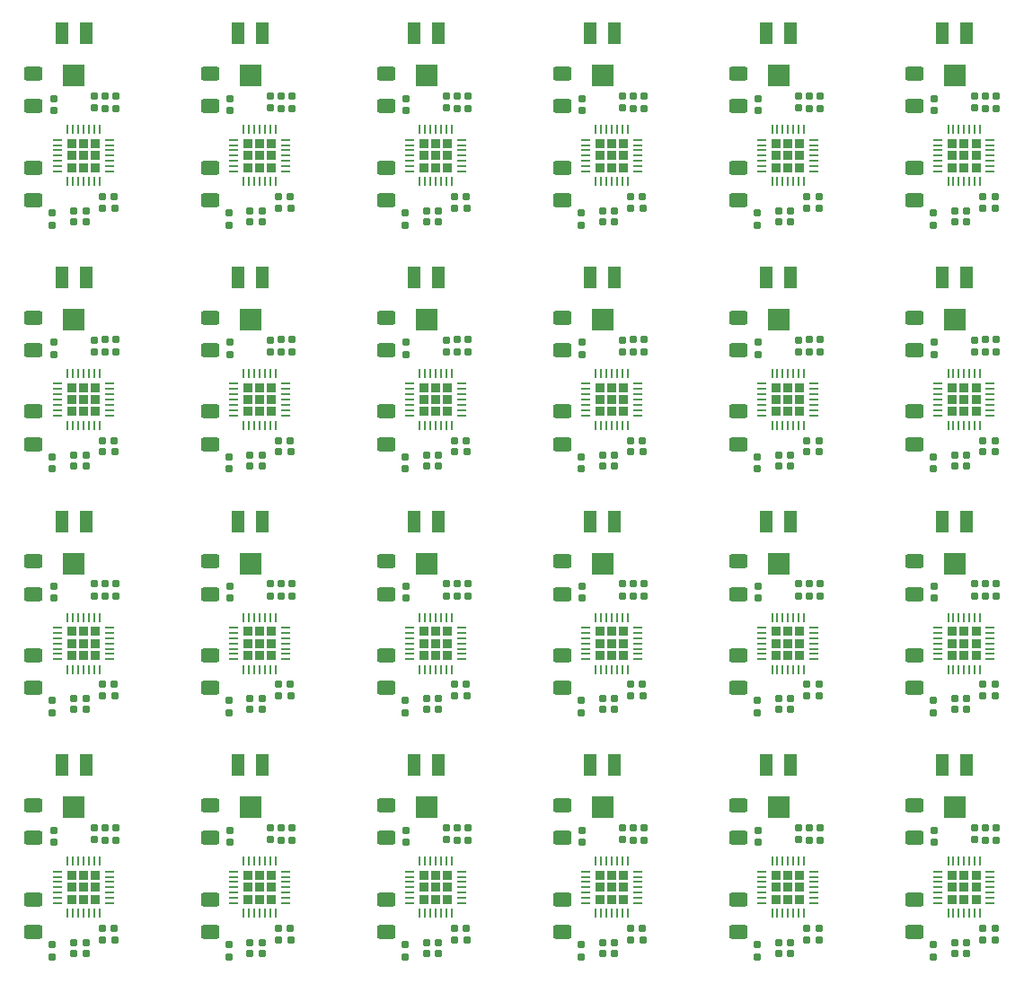
<source format=gbr>
%TF.GenerationSoftware,KiCad,Pcbnew,(6.0.5)*%
%TF.CreationDate,2022-06-29T09:08:07+08:00*%
%TF.ProjectId,TMC2209,544d4332-3230-4392-9e6b-696361645f70,rev?*%
%TF.SameCoordinates,Original*%
%TF.FileFunction,Paste,Top*%
%TF.FilePolarity,Positive*%
%FSLAX46Y46*%
G04 Gerber Fmt 4.6, Leading zero omitted, Abs format (unit mm)*
G04 Created by KiCad (PCBNEW (6.0.5)) date 2022-06-29 09:08:07*
%MOMM*%
%LPD*%
G01*
G04 APERTURE LIST*
G04 Aperture macros list*
%AMRoundRect*
0 Rectangle with rounded corners*
0 $1 Rounding radius*
0 $2 $3 $4 $5 $6 $7 $8 $9 X,Y pos of 4 corners*
0 Add a 4 corners polygon primitive as box body*
4,1,4,$2,$3,$4,$5,$6,$7,$8,$9,$2,$3,0*
0 Add four circle primitives for the rounded corners*
1,1,$1+$1,$2,$3*
1,1,$1+$1,$4,$5*
1,1,$1+$1,$6,$7*
1,1,$1+$1,$8,$9*
0 Add four rect primitives between the rounded corners*
20,1,$1+$1,$2,$3,$4,$5,0*
20,1,$1+$1,$4,$5,$6,$7,0*
20,1,$1+$1,$6,$7,$8,$9,0*
20,1,$1+$1,$8,$9,$2,$3,0*%
G04 Aperture macros list end*
%ADD10RoundRect,0.155000X0.212500X0.155000X-0.212500X0.155000X-0.212500X-0.155000X0.212500X-0.155000X0*%
%ADD11RoundRect,0.155000X0.155000X-0.212500X0.155000X0.212500X-0.155000X0.212500X-0.155000X-0.212500X0*%
%ADD12RoundRect,0.155000X-0.155000X0.212500X-0.155000X-0.212500X0.155000X-0.212500X0.155000X0.212500X0*%
%ADD13RoundRect,0.250000X0.625000X-0.400000X0.625000X0.400000X-0.625000X0.400000X-0.625000X-0.400000X0*%
%ADD14RoundRect,0.062500X0.337500X-0.062500X0.337500X0.062500X-0.337500X0.062500X-0.337500X-0.062500X0*%
%ADD15RoundRect,0.062500X0.062500X-0.337500X0.062500X0.337500X-0.062500X0.337500X-0.062500X-0.337500X0*%
%ADD16RoundRect,0.225000X0.225000X-0.225000X0.225000X0.225000X-0.225000X0.225000X-0.225000X-0.225000X0*%
%ADD17RoundRect,0.250000X-0.625000X0.400000X-0.625000X-0.400000X0.625000X-0.400000X0.625000X0.400000X0*%
%ADD18RoundRect,0.160000X0.197500X0.160000X-0.197500X0.160000X-0.197500X-0.160000X0.197500X-0.160000X0*%
%ADD19RoundRect,0.160000X0.160000X-0.197500X0.160000X0.197500X-0.160000X0.197500X-0.160000X-0.197500X0*%
%ADD20R,1.300000X2.000000*%
%ADD21R,2.000000X2.000000*%
%ADD22RoundRect,0.160000X-0.160000X0.197500X-0.160000X-0.197500X0.160000X-0.197500X0.160000X0.197500X0*%
G04 APERTURE END LIST*
D10*
%TO.C,C140*%
X177606300Y-136741800D03*
X178741300Y-136741800D03*
%TD*%
%TO.C,C142*%
X174939300Y-139104000D03*
X176074300Y-139104000D03*
%TD*%
%TO.C,C143*%
X174939300Y-138088000D03*
X176074300Y-138088000D03*
%TD*%
D11*
%TO.C,C144*%
X172916000Y-138282500D03*
X172916000Y-139417500D03*
%TD*%
D12*
%TO.C,C141*%
X173043000Y-128622500D03*
X173043000Y-127487500D03*
%TD*%
D13*
%TO.C,R119*%
X171138000Y-125133400D03*
X171138000Y-128233400D03*
%TD*%
D14*
%TO.C,U24*%
X173387000Y-134381000D03*
X173387000Y-133881000D03*
X173387000Y-133381000D03*
X173387000Y-132881000D03*
X173387000Y-132381000D03*
X173387000Y-131881000D03*
X173387000Y-131381000D03*
D15*
X174337000Y-130431000D03*
X174837000Y-130431000D03*
X175337000Y-130431000D03*
X175837000Y-130431000D03*
X176337000Y-130431000D03*
X176837000Y-130431000D03*
X177337000Y-130431000D03*
D14*
X178287000Y-131381000D03*
X178287000Y-131881000D03*
X178287000Y-132381000D03*
X178287000Y-132881000D03*
X178287000Y-133381000D03*
X178287000Y-133881000D03*
X178287000Y-134381000D03*
D15*
X177337000Y-135331000D03*
X176837000Y-135331000D03*
X176337000Y-135331000D03*
X175837000Y-135331000D03*
X175337000Y-135331000D03*
X174837000Y-135331000D03*
X174337000Y-135331000D03*
D16*
X176957000Y-134001000D03*
X175837000Y-132881000D03*
X174717000Y-131761000D03*
X176957000Y-132881000D03*
X175837000Y-131761000D03*
X174717000Y-132881000D03*
X174717000Y-134001000D03*
X175837000Y-134001000D03*
X176957000Y-131761000D03*
%TD*%
D17*
%TO.C,R120*%
X171138000Y-137098000D03*
X171138000Y-133998000D03*
%TD*%
D11*
%TO.C,C139*%
X176853000Y-127258900D03*
X176853000Y-128393900D03*
%TD*%
D18*
%TO.C,R117*%
X177576300Y-137808600D03*
X178771300Y-137808600D03*
%TD*%
D19*
%TO.C,R116*%
X178885000Y-127228900D03*
X178885000Y-128423900D03*
%TD*%
D20*
%TO.C,RV24*%
X173798000Y-121356000D03*
D21*
X174948000Y-125356000D03*
D20*
X176098000Y-121356000D03*
%TD*%
D22*
%TO.C,R118*%
X177869000Y-128423900D03*
X177869000Y-127228900D03*
%TD*%
D10*
%TO.C,C134*%
X161006300Y-136741800D03*
X162141300Y-136741800D03*
%TD*%
%TO.C,C136*%
X158339300Y-139104000D03*
X159474300Y-139104000D03*
%TD*%
%TO.C,C137*%
X158339300Y-138088000D03*
X159474300Y-138088000D03*
%TD*%
D11*
%TO.C,C138*%
X156316000Y-138282500D03*
X156316000Y-139417500D03*
%TD*%
D12*
%TO.C,C135*%
X156443000Y-128622500D03*
X156443000Y-127487500D03*
%TD*%
D13*
%TO.C,R114*%
X154538000Y-125133400D03*
X154538000Y-128233400D03*
%TD*%
D14*
%TO.C,U23*%
X156787000Y-134381000D03*
X156787000Y-133881000D03*
X156787000Y-133381000D03*
X156787000Y-132881000D03*
X156787000Y-132381000D03*
X156787000Y-131881000D03*
X156787000Y-131381000D03*
D15*
X157737000Y-130431000D03*
X158237000Y-130431000D03*
X158737000Y-130431000D03*
X159237000Y-130431000D03*
X159737000Y-130431000D03*
X160237000Y-130431000D03*
X160737000Y-130431000D03*
D14*
X161687000Y-131381000D03*
X161687000Y-131881000D03*
X161687000Y-132381000D03*
X161687000Y-132881000D03*
X161687000Y-133381000D03*
X161687000Y-133881000D03*
X161687000Y-134381000D03*
D15*
X160737000Y-135331000D03*
X160237000Y-135331000D03*
X159737000Y-135331000D03*
X159237000Y-135331000D03*
X158737000Y-135331000D03*
X158237000Y-135331000D03*
X157737000Y-135331000D03*
D16*
X160357000Y-134001000D03*
X159237000Y-132881000D03*
X158117000Y-131761000D03*
X160357000Y-132881000D03*
X159237000Y-131761000D03*
X158117000Y-132881000D03*
X158117000Y-134001000D03*
X159237000Y-134001000D03*
X160357000Y-131761000D03*
%TD*%
D17*
%TO.C,R115*%
X154538000Y-137098000D03*
X154538000Y-133998000D03*
%TD*%
D11*
%TO.C,C133*%
X160253000Y-127258900D03*
X160253000Y-128393900D03*
%TD*%
D18*
%TO.C,R112*%
X160976300Y-137808600D03*
X162171300Y-137808600D03*
%TD*%
D19*
%TO.C,R111*%
X162285000Y-127228900D03*
X162285000Y-128423900D03*
%TD*%
D20*
%TO.C,RV23*%
X157198000Y-121356000D03*
D21*
X158348000Y-125356000D03*
D20*
X159498000Y-121356000D03*
%TD*%
D22*
%TO.C,R113*%
X161269000Y-128423900D03*
X161269000Y-127228900D03*
%TD*%
D10*
%TO.C,C128*%
X144406300Y-136741800D03*
X145541300Y-136741800D03*
%TD*%
%TO.C,C130*%
X141739300Y-139104000D03*
X142874300Y-139104000D03*
%TD*%
%TO.C,C131*%
X141739300Y-138088000D03*
X142874300Y-138088000D03*
%TD*%
D11*
%TO.C,C132*%
X139716000Y-138282500D03*
X139716000Y-139417500D03*
%TD*%
D12*
%TO.C,C129*%
X139843000Y-128622500D03*
X139843000Y-127487500D03*
%TD*%
D13*
%TO.C,R109*%
X137938000Y-125133400D03*
X137938000Y-128233400D03*
%TD*%
D14*
%TO.C,U22*%
X140187000Y-134381000D03*
X140187000Y-133881000D03*
X140187000Y-133381000D03*
X140187000Y-132881000D03*
X140187000Y-132381000D03*
X140187000Y-131881000D03*
X140187000Y-131381000D03*
D15*
X141137000Y-130431000D03*
X141637000Y-130431000D03*
X142137000Y-130431000D03*
X142637000Y-130431000D03*
X143137000Y-130431000D03*
X143637000Y-130431000D03*
X144137000Y-130431000D03*
D14*
X145087000Y-131381000D03*
X145087000Y-131881000D03*
X145087000Y-132381000D03*
X145087000Y-132881000D03*
X145087000Y-133381000D03*
X145087000Y-133881000D03*
X145087000Y-134381000D03*
D15*
X144137000Y-135331000D03*
X143637000Y-135331000D03*
X143137000Y-135331000D03*
X142637000Y-135331000D03*
X142137000Y-135331000D03*
X141637000Y-135331000D03*
X141137000Y-135331000D03*
D16*
X143757000Y-134001000D03*
X142637000Y-132881000D03*
X141517000Y-131761000D03*
X143757000Y-132881000D03*
X142637000Y-131761000D03*
X141517000Y-132881000D03*
X141517000Y-134001000D03*
X142637000Y-134001000D03*
X143757000Y-131761000D03*
%TD*%
D17*
%TO.C,R110*%
X137938000Y-137098000D03*
X137938000Y-133998000D03*
%TD*%
D11*
%TO.C,C127*%
X143653000Y-127258900D03*
X143653000Y-128393900D03*
%TD*%
D18*
%TO.C,R107*%
X144376300Y-137808600D03*
X145571300Y-137808600D03*
%TD*%
D19*
%TO.C,R106*%
X145685000Y-127228900D03*
X145685000Y-128423900D03*
%TD*%
D20*
%TO.C,RV22*%
X140598000Y-121356000D03*
D21*
X141748000Y-125356000D03*
D20*
X142898000Y-121356000D03*
%TD*%
D22*
%TO.C,R108*%
X144669000Y-128423900D03*
X144669000Y-127228900D03*
%TD*%
D10*
%TO.C,C122*%
X127806300Y-136741800D03*
X128941300Y-136741800D03*
%TD*%
%TO.C,C124*%
X125139300Y-139104000D03*
X126274300Y-139104000D03*
%TD*%
%TO.C,C125*%
X125139300Y-138088000D03*
X126274300Y-138088000D03*
%TD*%
D11*
%TO.C,C126*%
X123116000Y-138282500D03*
X123116000Y-139417500D03*
%TD*%
D12*
%TO.C,C123*%
X123243000Y-128622500D03*
X123243000Y-127487500D03*
%TD*%
D13*
%TO.C,R104*%
X121338000Y-125133400D03*
X121338000Y-128233400D03*
%TD*%
D14*
%TO.C,U21*%
X123587000Y-134381000D03*
X123587000Y-133881000D03*
X123587000Y-133381000D03*
X123587000Y-132881000D03*
X123587000Y-132381000D03*
X123587000Y-131881000D03*
X123587000Y-131381000D03*
D15*
X124537000Y-130431000D03*
X125037000Y-130431000D03*
X125537000Y-130431000D03*
X126037000Y-130431000D03*
X126537000Y-130431000D03*
X127037000Y-130431000D03*
X127537000Y-130431000D03*
D14*
X128487000Y-131381000D03*
X128487000Y-131881000D03*
X128487000Y-132381000D03*
X128487000Y-132881000D03*
X128487000Y-133381000D03*
X128487000Y-133881000D03*
X128487000Y-134381000D03*
D15*
X127537000Y-135331000D03*
X127037000Y-135331000D03*
X126537000Y-135331000D03*
X126037000Y-135331000D03*
X125537000Y-135331000D03*
X125037000Y-135331000D03*
X124537000Y-135331000D03*
D16*
X127157000Y-134001000D03*
X126037000Y-132881000D03*
X124917000Y-131761000D03*
X127157000Y-132881000D03*
X126037000Y-131761000D03*
X124917000Y-132881000D03*
X124917000Y-134001000D03*
X126037000Y-134001000D03*
X127157000Y-131761000D03*
%TD*%
D17*
%TO.C,R105*%
X121338000Y-137098000D03*
X121338000Y-133998000D03*
%TD*%
D11*
%TO.C,C121*%
X127053000Y-127258900D03*
X127053000Y-128393900D03*
%TD*%
D18*
%TO.C,R102*%
X127776300Y-137808600D03*
X128971300Y-137808600D03*
%TD*%
D19*
%TO.C,R101*%
X129085000Y-127228900D03*
X129085000Y-128423900D03*
%TD*%
D20*
%TO.C,RV21*%
X123998000Y-121356000D03*
D21*
X125148000Y-125356000D03*
D20*
X126298000Y-121356000D03*
%TD*%
D22*
%TO.C,R103*%
X128069000Y-128423900D03*
X128069000Y-127228900D03*
%TD*%
D10*
%TO.C,C116*%
X111206300Y-136741800D03*
X112341300Y-136741800D03*
%TD*%
%TO.C,C118*%
X108539300Y-139104000D03*
X109674300Y-139104000D03*
%TD*%
%TO.C,C119*%
X108539300Y-138088000D03*
X109674300Y-138088000D03*
%TD*%
D11*
%TO.C,C120*%
X106516000Y-138282500D03*
X106516000Y-139417500D03*
%TD*%
D12*
%TO.C,C117*%
X106643000Y-128622500D03*
X106643000Y-127487500D03*
%TD*%
D13*
%TO.C,R99*%
X104738000Y-125133400D03*
X104738000Y-128233400D03*
%TD*%
D14*
%TO.C,U20*%
X106987000Y-134381000D03*
X106987000Y-133881000D03*
X106987000Y-133381000D03*
X106987000Y-132881000D03*
X106987000Y-132381000D03*
X106987000Y-131881000D03*
X106987000Y-131381000D03*
D15*
X107937000Y-130431000D03*
X108437000Y-130431000D03*
X108937000Y-130431000D03*
X109437000Y-130431000D03*
X109937000Y-130431000D03*
X110437000Y-130431000D03*
X110937000Y-130431000D03*
D14*
X111887000Y-131381000D03*
X111887000Y-131881000D03*
X111887000Y-132381000D03*
X111887000Y-132881000D03*
X111887000Y-133381000D03*
X111887000Y-133881000D03*
X111887000Y-134381000D03*
D15*
X110937000Y-135331000D03*
X110437000Y-135331000D03*
X109937000Y-135331000D03*
X109437000Y-135331000D03*
X108937000Y-135331000D03*
X108437000Y-135331000D03*
X107937000Y-135331000D03*
D16*
X110557000Y-134001000D03*
X109437000Y-132881000D03*
X108317000Y-131761000D03*
X110557000Y-132881000D03*
X109437000Y-131761000D03*
X108317000Y-132881000D03*
X108317000Y-134001000D03*
X109437000Y-134001000D03*
X110557000Y-131761000D03*
%TD*%
D17*
%TO.C,R100*%
X104738000Y-137098000D03*
X104738000Y-133998000D03*
%TD*%
D11*
%TO.C,C115*%
X110453000Y-127258900D03*
X110453000Y-128393900D03*
%TD*%
D18*
%TO.C,R97*%
X111176300Y-137808600D03*
X112371300Y-137808600D03*
%TD*%
D19*
%TO.C,R96*%
X112485000Y-127228900D03*
X112485000Y-128423900D03*
%TD*%
D20*
%TO.C,RV20*%
X107398000Y-121356000D03*
D21*
X108548000Y-125356000D03*
D20*
X109698000Y-121356000D03*
%TD*%
D22*
%TO.C,R98*%
X111469000Y-128423900D03*
X111469000Y-127228900D03*
%TD*%
D10*
%TO.C,C110*%
X94606300Y-136741800D03*
X95741300Y-136741800D03*
%TD*%
%TO.C,C112*%
X91939300Y-139104000D03*
X93074300Y-139104000D03*
%TD*%
%TO.C,C113*%
X91939300Y-138088000D03*
X93074300Y-138088000D03*
%TD*%
D11*
%TO.C,C114*%
X89916000Y-138282500D03*
X89916000Y-139417500D03*
%TD*%
D12*
%TO.C,C111*%
X90043000Y-128622500D03*
X90043000Y-127487500D03*
%TD*%
D13*
%TO.C,R94*%
X88138000Y-125133400D03*
X88138000Y-128233400D03*
%TD*%
D14*
%TO.C,U19*%
X90387000Y-134381000D03*
X90387000Y-133881000D03*
X90387000Y-133381000D03*
X90387000Y-132881000D03*
X90387000Y-132381000D03*
X90387000Y-131881000D03*
X90387000Y-131381000D03*
D15*
X91337000Y-130431000D03*
X91837000Y-130431000D03*
X92337000Y-130431000D03*
X92837000Y-130431000D03*
X93337000Y-130431000D03*
X93837000Y-130431000D03*
X94337000Y-130431000D03*
D14*
X95287000Y-131381000D03*
X95287000Y-131881000D03*
X95287000Y-132381000D03*
X95287000Y-132881000D03*
X95287000Y-133381000D03*
X95287000Y-133881000D03*
X95287000Y-134381000D03*
D15*
X94337000Y-135331000D03*
X93837000Y-135331000D03*
X93337000Y-135331000D03*
X92837000Y-135331000D03*
X92337000Y-135331000D03*
X91837000Y-135331000D03*
X91337000Y-135331000D03*
D16*
X93957000Y-134001000D03*
X92837000Y-132881000D03*
X91717000Y-131761000D03*
X93957000Y-132881000D03*
X92837000Y-131761000D03*
X91717000Y-132881000D03*
X91717000Y-134001000D03*
X92837000Y-134001000D03*
X93957000Y-131761000D03*
%TD*%
D17*
%TO.C,R95*%
X88138000Y-137098000D03*
X88138000Y-133998000D03*
%TD*%
D11*
%TO.C,C109*%
X93853000Y-127258900D03*
X93853000Y-128393900D03*
%TD*%
D18*
%TO.C,R92*%
X94576300Y-137808600D03*
X95771300Y-137808600D03*
%TD*%
D19*
%TO.C,R91*%
X95885000Y-127228900D03*
X95885000Y-128423900D03*
%TD*%
D20*
%TO.C,RV19*%
X90798000Y-121356000D03*
D21*
X91948000Y-125356000D03*
D20*
X93098000Y-121356000D03*
%TD*%
D22*
%TO.C,R93*%
X94869000Y-128423900D03*
X94869000Y-127228900D03*
%TD*%
D10*
%TO.C,C104*%
X177606300Y-113741800D03*
X178741300Y-113741800D03*
%TD*%
%TO.C,C106*%
X174939300Y-116104000D03*
X176074300Y-116104000D03*
%TD*%
%TO.C,C107*%
X174939300Y-115088000D03*
X176074300Y-115088000D03*
%TD*%
D11*
%TO.C,C108*%
X172916000Y-115282500D03*
X172916000Y-116417500D03*
%TD*%
D12*
%TO.C,C105*%
X173043000Y-105622500D03*
X173043000Y-104487500D03*
%TD*%
D13*
%TO.C,R89*%
X171138000Y-102133400D03*
X171138000Y-105233400D03*
%TD*%
D14*
%TO.C,U18*%
X173387000Y-111381000D03*
X173387000Y-110881000D03*
X173387000Y-110381000D03*
X173387000Y-109881000D03*
X173387000Y-109381000D03*
X173387000Y-108881000D03*
X173387000Y-108381000D03*
D15*
X174337000Y-107431000D03*
X174837000Y-107431000D03*
X175337000Y-107431000D03*
X175837000Y-107431000D03*
X176337000Y-107431000D03*
X176837000Y-107431000D03*
X177337000Y-107431000D03*
D14*
X178287000Y-108381000D03*
X178287000Y-108881000D03*
X178287000Y-109381000D03*
X178287000Y-109881000D03*
X178287000Y-110381000D03*
X178287000Y-110881000D03*
X178287000Y-111381000D03*
D15*
X177337000Y-112331000D03*
X176837000Y-112331000D03*
X176337000Y-112331000D03*
X175837000Y-112331000D03*
X175337000Y-112331000D03*
X174837000Y-112331000D03*
X174337000Y-112331000D03*
D16*
X176957000Y-111001000D03*
X175837000Y-109881000D03*
X174717000Y-108761000D03*
X176957000Y-109881000D03*
X175837000Y-108761000D03*
X174717000Y-109881000D03*
X174717000Y-111001000D03*
X175837000Y-111001000D03*
X176957000Y-108761000D03*
%TD*%
D17*
%TO.C,R90*%
X171138000Y-114098000D03*
X171138000Y-110998000D03*
%TD*%
D11*
%TO.C,C103*%
X176853000Y-104258900D03*
X176853000Y-105393900D03*
%TD*%
D18*
%TO.C,R87*%
X177576300Y-114808600D03*
X178771300Y-114808600D03*
%TD*%
D19*
%TO.C,R86*%
X178885000Y-104228900D03*
X178885000Y-105423900D03*
%TD*%
D20*
%TO.C,RV18*%
X173798000Y-98356000D03*
D21*
X174948000Y-102356000D03*
D20*
X176098000Y-98356000D03*
%TD*%
D22*
%TO.C,R88*%
X177869000Y-105423900D03*
X177869000Y-104228900D03*
%TD*%
D10*
%TO.C,C98*%
X161006300Y-113741800D03*
X162141300Y-113741800D03*
%TD*%
%TO.C,C100*%
X158339300Y-116104000D03*
X159474300Y-116104000D03*
%TD*%
%TO.C,C101*%
X158339300Y-115088000D03*
X159474300Y-115088000D03*
%TD*%
D11*
%TO.C,C102*%
X156316000Y-115282500D03*
X156316000Y-116417500D03*
%TD*%
D12*
%TO.C,C99*%
X156443000Y-105622500D03*
X156443000Y-104487500D03*
%TD*%
D13*
%TO.C,R84*%
X154538000Y-102133400D03*
X154538000Y-105233400D03*
%TD*%
D14*
%TO.C,U17*%
X156787000Y-111381000D03*
X156787000Y-110881000D03*
X156787000Y-110381000D03*
X156787000Y-109881000D03*
X156787000Y-109381000D03*
X156787000Y-108881000D03*
X156787000Y-108381000D03*
D15*
X157737000Y-107431000D03*
X158237000Y-107431000D03*
X158737000Y-107431000D03*
X159237000Y-107431000D03*
X159737000Y-107431000D03*
X160237000Y-107431000D03*
X160737000Y-107431000D03*
D14*
X161687000Y-108381000D03*
X161687000Y-108881000D03*
X161687000Y-109381000D03*
X161687000Y-109881000D03*
X161687000Y-110381000D03*
X161687000Y-110881000D03*
X161687000Y-111381000D03*
D15*
X160737000Y-112331000D03*
X160237000Y-112331000D03*
X159737000Y-112331000D03*
X159237000Y-112331000D03*
X158737000Y-112331000D03*
X158237000Y-112331000D03*
X157737000Y-112331000D03*
D16*
X160357000Y-111001000D03*
X159237000Y-109881000D03*
X158117000Y-108761000D03*
X160357000Y-109881000D03*
X159237000Y-108761000D03*
X158117000Y-109881000D03*
X158117000Y-111001000D03*
X159237000Y-111001000D03*
X160357000Y-108761000D03*
%TD*%
D17*
%TO.C,R85*%
X154538000Y-114098000D03*
X154538000Y-110998000D03*
%TD*%
D11*
%TO.C,C97*%
X160253000Y-104258900D03*
X160253000Y-105393900D03*
%TD*%
D18*
%TO.C,R82*%
X160976300Y-114808600D03*
X162171300Y-114808600D03*
%TD*%
D19*
%TO.C,R81*%
X162285000Y-104228900D03*
X162285000Y-105423900D03*
%TD*%
D20*
%TO.C,RV17*%
X157198000Y-98356000D03*
D21*
X158348000Y-102356000D03*
D20*
X159498000Y-98356000D03*
%TD*%
D22*
%TO.C,R83*%
X161269000Y-105423900D03*
X161269000Y-104228900D03*
%TD*%
D10*
%TO.C,C92*%
X144406300Y-113741800D03*
X145541300Y-113741800D03*
%TD*%
%TO.C,C94*%
X141739300Y-116104000D03*
X142874300Y-116104000D03*
%TD*%
%TO.C,C95*%
X141739300Y-115088000D03*
X142874300Y-115088000D03*
%TD*%
D11*
%TO.C,C96*%
X139716000Y-115282500D03*
X139716000Y-116417500D03*
%TD*%
D12*
%TO.C,C93*%
X139843000Y-105622500D03*
X139843000Y-104487500D03*
%TD*%
D13*
%TO.C,R79*%
X137938000Y-102133400D03*
X137938000Y-105233400D03*
%TD*%
D14*
%TO.C,U16*%
X140187000Y-111381000D03*
X140187000Y-110881000D03*
X140187000Y-110381000D03*
X140187000Y-109881000D03*
X140187000Y-109381000D03*
X140187000Y-108881000D03*
X140187000Y-108381000D03*
D15*
X141137000Y-107431000D03*
X141637000Y-107431000D03*
X142137000Y-107431000D03*
X142637000Y-107431000D03*
X143137000Y-107431000D03*
X143637000Y-107431000D03*
X144137000Y-107431000D03*
D14*
X145087000Y-108381000D03*
X145087000Y-108881000D03*
X145087000Y-109381000D03*
X145087000Y-109881000D03*
X145087000Y-110381000D03*
X145087000Y-110881000D03*
X145087000Y-111381000D03*
D15*
X144137000Y-112331000D03*
X143637000Y-112331000D03*
X143137000Y-112331000D03*
X142637000Y-112331000D03*
X142137000Y-112331000D03*
X141637000Y-112331000D03*
X141137000Y-112331000D03*
D16*
X143757000Y-111001000D03*
X142637000Y-109881000D03*
X141517000Y-108761000D03*
X143757000Y-109881000D03*
X142637000Y-108761000D03*
X141517000Y-109881000D03*
X141517000Y-111001000D03*
X142637000Y-111001000D03*
X143757000Y-108761000D03*
%TD*%
D17*
%TO.C,R80*%
X137938000Y-114098000D03*
X137938000Y-110998000D03*
%TD*%
D11*
%TO.C,C91*%
X143653000Y-104258900D03*
X143653000Y-105393900D03*
%TD*%
D18*
%TO.C,R77*%
X144376300Y-114808600D03*
X145571300Y-114808600D03*
%TD*%
D19*
%TO.C,R76*%
X145685000Y-104228900D03*
X145685000Y-105423900D03*
%TD*%
D20*
%TO.C,RV16*%
X140598000Y-98356000D03*
D21*
X141748000Y-102356000D03*
D20*
X142898000Y-98356000D03*
%TD*%
D22*
%TO.C,R78*%
X144669000Y-105423900D03*
X144669000Y-104228900D03*
%TD*%
D10*
%TO.C,C86*%
X127806300Y-113741800D03*
X128941300Y-113741800D03*
%TD*%
%TO.C,C88*%
X125139300Y-116104000D03*
X126274300Y-116104000D03*
%TD*%
%TO.C,C89*%
X125139300Y-115088000D03*
X126274300Y-115088000D03*
%TD*%
D11*
%TO.C,C90*%
X123116000Y-115282500D03*
X123116000Y-116417500D03*
%TD*%
D12*
%TO.C,C87*%
X123243000Y-105622500D03*
X123243000Y-104487500D03*
%TD*%
D13*
%TO.C,R74*%
X121338000Y-102133400D03*
X121338000Y-105233400D03*
%TD*%
D14*
%TO.C,U15*%
X123587000Y-111381000D03*
X123587000Y-110881000D03*
X123587000Y-110381000D03*
X123587000Y-109881000D03*
X123587000Y-109381000D03*
X123587000Y-108881000D03*
X123587000Y-108381000D03*
D15*
X124537000Y-107431000D03*
X125037000Y-107431000D03*
X125537000Y-107431000D03*
X126037000Y-107431000D03*
X126537000Y-107431000D03*
X127037000Y-107431000D03*
X127537000Y-107431000D03*
D14*
X128487000Y-108381000D03*
X128487000Y-108881000D03*
X128487000Y-109381000D03*
X128487000Y-109881000D03*
X128487000Y-110381000D03*
X128487000Y-110881000D03*
X128487000Y-111381000D03*
D15*
X127537000Y-112331000D03*
X127037000Y-112331000D03*
X126537000Y-112331000D03*
X126037000Y-112331000D03*
X125537000Y-112331000D03*
X125037000Y-112331000D03*
X124537000Y-112331000D03*
D16*
X127157000Y-111001000D03*
X126037000Y-109881000D03*
X124917000Y-108761000D03*
X127157000Y-109881000D03*
X126037000Y-108761000D03*
X124917000Y-109881000D03*
X124917000Y-111001000D03*
X126037000Y-111001000D03*
X127157000Y-108761000D03*
%TD*%
D17*
%TO.C,R75*%
X121338000Y-114098000D03*
X121338000Y-110998000D03*
%TD*%
D11*
%TO.C,C85*%
X127053000Y-104258900D03*
X127053000Y-105393900D03*
%TD*%
D18*
%TO.C,R72*%
X127776300Y-114808600D03*
X128971300Y-114808600D03*
%TD*%
D19*
%TO.C,R71*%
X129085000Y-104228900D03*
X129085000Y-105423900D03*
%TD*%
D20*
%TO.C,RV15*%
X123998000Y-98356000D03*
D21*
X125148000Y-102356000D03*
D20*
X126298000Y-98356000D03*
%TD*%
D22*
%TO.C,R73*%
X128069000Y-105423900D03*
X128069000Y-104228900D03*
%TD*%
D10*
%TO.C,C80*%
X111206300Y-113741800D03*
X112341300Y-113741800D03*
%TD*%
%TO.C,C82*%
X108539300Y-116104000D03*
X109674300Y-116104000D03*
%TD*%
%TO.C,C83*%
X108539300Y-115088000D03*
X109674300Y-115088000D03*
%TD*%
D11*
%TO.C,C84*%
X106516000Y-115282500D03*
X106516000Y-116417500D03*
%TD*%
D12*
%TO.C,C81*%
X106643000Y-105622500D03*
X106643000Y-104487500D03*
%TD*%
D13*
%TO.C,R69*%
X104738000Y-102133400D03*
X104738000Y-105233400D03*
%TD*%
D14*
%TO.C,U14*%
X106987000Y-111381000D03*
X106987000Y-110881000D03*
X106987000Y-110381000D03*
X106987000Y-109881000D03*
X106987000Y-109381000D03*
X106987000Y-108881000D03*
X106987000Y-108381000D03*
D15*
X107937000Y-107431000D03*
X108437000Y-107431000D03*
X108937000Y-107431000D03*
X109437000Y-107431000D03*
X109937000Y-107431000D03*
X110437000Y-107431000D03*
X110937000Y-107431000D03*
D14*
X111887000Y-108381000D03*
X111887000Y-108881000D03*
X111887000Y-109381000D03*
X111887000Y-109881000D03*
X111887000Y-110381000D03*
X111887000Y-110881000D03*
X111887000Y-111381000D03*
D15*
X110937000Y-112331000D03*
X110437000Y-112331000D03*
X109937000Y-112331000D03*
X109437000Y-112331000D03*
X108937000Y-112331000D03*
X108437000Y-112331000D03*
X107937000Y-112331000D03*
D16*
X110557000Y-111001000D03*
X109437000Y-109881000D03*
X108317000Y-108761000D03*
X110557000Y-109881000D03*
X109437000Y-108761000D03*
X108317000Y-109881000D03*
X108317000Y-111001000D03*
X109437000Y-111001000D03*
X110557000Y-108761000D03*
%TD*%
D17*
%TO.C,R70*%
X104738000Y-114098000D03*
X104738000Y-110998000D03*
%TD*%
D11*
%TO.C,C79*%
X110453000Y-104258900D03*
X110453000Y-105393900D03*
%TD*%
D18*
%TO.C,R67*%
X111176300Y-114808600D03*
X112371300Y-114808600D03*
%TD*%
D19*
%TO.C,R66*%
X112485000Y-104228900D03*
X112485000Y-105423900D03*
%TD*%
D20*
%TO.C,RV14*%
X107398000Y-98356000D03*
D21*
X108548000Y-102356000D03*
D20*
X109698000Y-98356000D03*
%TD*%
D22*
%TO.C,R68*%
X111469000Y-105423900D03*
X111469000Y-104228900D03*
%TD*%
D10*
%TO.C,C74*%
X94606300Y-113741800D03*
X95741300Y-113741800D03*
%TD*%
%TO.C,C76*%
X91939300Y-116104000D03*
X93074300Y-116104000D03*
%TD*%
%TO.C,C77*%
X91939300Y-115088000D03*
X93074300Y-115088000D03*
%TD*%
D11*
%TO.C,C78*%
X89916000Y-115282500D03*
X89916000Y-116417500D03*
%TD*%
D12*
%TO.C,C75*%
X90043000Y-105622500D03*
X90043000Y-104487500D03*
%TD*%
D13*
%TO.C,R64*%
X88138000Y-102133400D03*
X88138000Y-105233400D03*
%TD*%
D14*
%TO.C,U13*%
X90387000Y-111381000D03*
X90387000Y-110881000D03*
X90387000Y-110381000D03*
X90387000Y-109881000D03*
X90387000Y-109381000D03*
X90387000Y-108881000D03*
X90387000Y-108381000D03*
D15*
X91337000Y-107431000D03*
X91837000Y-107431000D03*
X92337000Y-107431000D03*
X92837000Y-107431000D03*
X93337000Y-107431000D03*
X93837000Y-107431000D03*
X94337000Y-107431000D03*
D14*
X95287000Y-108381000D03*
X95287000Y-108881000D03*
X95287000Y-109381000D03*
X95287000Y-109881000D03*
X95287000Y-110381000D03*
X95287000Y-110881000D03*
X95287000Y-111381000D03*
D15*
X94337000Y-112331000D03*
X93837000Y-112331000D03*
X93337000Y-112331000D03*
X92837000Y-112331000D03*
X92337000Y-112331000D03*
X91837000Y-112331000D03*
X91337000Y-112331000D03*
D16*
X93957000Y-111001000D03*
X92837000Y-109881000D03*
X91717000Y-108761000D03*
X93957000Y-109881000D03*
X92837000Y-108761000D03*
X91717000Y-109881000D03*
X91717000Y-111001000D03*
X92837000Y-111001000D03*
X93957000Y-108761000D03*
%TD*%
D17*
%TO.C,R65*%
X88138000Y-114098000D03*
X88138000Y-110998000D03*
%TD*%
D11*
%TO.C,C73*%
X93853000Y-104258900D03*
X93853000Y-105393900D03*
%TD*%
D18*
%TO.C,R62*%
X94576300Y-114808600D03*
X95771300Y-114808600D03*
%TD*%
D19*
%TO.C,R61*%
X95885000Y-104228900D03*
X95885000Y-105423900D03*
%TD*%
D20*
%TO.C,RV13*%
X90798000Y-98356000D03*
D21*
X91948000Y-102356000D03*
D20*
X93098000Y-98356000D03*
%TD*%
D22*
%TO.C,R63*%
X94869000Y-105423900D03*
X94869000Y-104228900D03*
%TD*%
D10*
%TO.C,C68*%
X177606300Y-90741800D03*
X178741300Y-90741800D03*
%TD*%
%TO.C,C70*%
X174939300Y-93104000D03*
X176074300Y-93104000D03*
%TD*%
%TO.C,C71*%
X174939300Y-92088000D03*
X176074300Y-92088000D03*
%TD*%
D11*
%TO.C,C72*%
X172916000Y-92282500D03*
X172916000Y-93417500D03*
%TD*%
D12*
%TO.C,C69*%
X173043000Y-82622500D03*
X173043000Y-81487500D03*
%TD*%
D13*
%TO.C,R59*%
X171138000Y-79133400D03*
X171138000Y-82233400D03*
%TD*%
D14*
%TO.C,U12*%
X173387000Y-88381000D03*
X173387000Y-87881000D03*
X173387000Y-87381000D03*
X173387000Y-86881000D03*
X173387000Y-86381000D03*
X173387000Y-85881000D03*
X173387000Y-85381000D03*
D15*
X174337000Y-84431000D03*
X174837000Y-84431000D03*
X175337000Y-84431000D03*
X175837000Y-84431000D03*
X176337000Y-84431000D03*
X176837000Y-84431000D03*
X177337000Y-84431000D03*
D14*
X178287000Y-85381000D03*
X178287000Y-85881000D03*
X178287000Y-86381000D03*
X178287000Y-86881000D03*
X178287000Y-87381000D03*
X178287000Y-87881000D03*
X178287000Y-88381000D03*
D15*
X177337000Y-89331000D03*
X176837000Y-89331000D03*
X176337000Y-89331000D03*
X175837000Y-89331000D03*
X175337000Y-89331000D03*
X174837000Y-89331000D03*
X174337000Y-89331000D03*
D16*
X176957000Y-88001000D03*
X175837000Y-86881000D03*
X174717000Y-85761000D03*
X176957000Y-86881000D03*
X175837000Y-85761000D03*
X174717000Y-86881000D03*
X174717000Y-88001000D03*
X175837000Y-88001000D03*
X176957000Y-85761000D03*
%TD*%
D17*
%TO.C,R60*%
X171138000Y-91098000D03*
X171138000Y-87998000D03*
%TD*%
D11*
%TO.C,C67*%
X176853000Y-81258900D03*
X176853000Y-82393900D03*
%TD*%
D18*
%TO.C,R57*%
X177576300Y-91808600D03*
X178771300Y-91808600D03*
%TD*%
D19*
%TO.C,R56*%
X178885000Y-81228900D03*
X178885000Y-82423900D03*
%TD*%
D20*
%TO.C,RV12*%
X173798000Y-75356000D03*
D21*
X174948000Y-79356000D03*
D20*
X176098000Y-75356000D03*
%TD*%
D22*
%TO.C,R58*%
X177869000Y-82423900D03*
X177869000Y-81228900D03*
%TD*%
D10*
%TO.C,C62*%
X161006300Y-90741800D03*
X162141300Y-90741800D03*
%TD*%
%TO.C,C64*%
X158339300Y-93104000D03*
X159474300Y-93104000D03*
%TD*%
%TO.C,C65*%
X158339300Y-92088000D03*
X159474300Y-92088000D03*
%TD*%
D11*
%TO.C,C66*%
X156316000Y-92282500D03*
X156316000Y-93417500D03*
%TD*%
D12*
%TO.C,C63*%
X156443000Y-82622500D03*
X156443000Y-81487500D03*
%TD*%
D13*
%TO.C,R54*%
X154538000Y-79133400D03*
X154538000Y-82233400D03*
%TD*%
D14*
%TO.C,U11*%
X156787000Y-88381000D03*
X156787000Y-87881000D03*
X156787000Y-87381000D03*
X156787000Y-86881000D03*
X156787000Y-86381000D03*
X156787000Y-85881000D03*
X156787000Y-85381000D03*
D15*
X157737000Y-84431000D03*
X158237000Y-84431000D03*
X158737000Y-84431000D03*
X159237000Y-84431000D03*
X159737000Y-84431000D03*
X160237000Y-84431000D03*
X160737000Y-84431000D03*
D14*
X161687000Y-85381000D03*
X161687000Y-85881000D03*
X161687000Y-86381000D03*
X161687000Y-86881000D03*
X161687000Y-87381000D03*
X161687000Y-87881000D03*
X161687000Y-88381000D03*
D15*
X160737000Y-89331000D03*
X160237000Y-89331000D03*
X159737000Y-89331000D03*
X159237000Y-89331000D03*
X158737000Y-89331000D03*
X158237000Y-89331000D03*
X157737000Y-89331000D03*
D16*
X160357000Y-88001000D03*
X159237000Y-86881000D03*
X158117000Y-85761000D03*
X160357000Y-86881000D03*
X159237000Y-85761000D03*
X158117000Y-86881000D03*
X158117000Y-88001000D03*
X159237000Y-88001000D03*
X160357000Y-85761000D03*
%TD*%
D17*
%TO.C,R55*%
X154538000Y-91098000D03*
X154538000Y-87998000D03*
%TD*%
D11*
%TO.C,C61*%
X160253000Y-81258900D03*
X160253000Y-82393900D03*
%TD*%
D18*
%TO.C,R52*%
X160976300Y-91808600D03*
X162171300Y-91808600D03*
%TD*%
D19*
%TO.C,R51*%
X162285000Y-81228900D03*
X162285000Y-82423900D03*
%TD*%
D20*
%TO.C,RV11*%
X157198000Y-75356000D03*
D21*
X158348000Y-79356000D03*
D20*
X159498000Y-75356000D03*
%TD*%
D22*
%TO.C,R53*%
X161269000Y-82423900D03*
X161269000Y-81228900D03*
%TD*%
D10*
%TO.C,C56*%
X144406300Y-90741800D03*
X145541300Y-90741800D03*
%TD*%
%TO.C,C58*%
X141739300Y-93104000D03*
X142874300Y-93104000D03*
%TD*%
%TO.C,C59*%
X141739300Y-92088000D03*
X142874300Y-92088000D03*
%TD*%
D11*
%TO.C,C60*%
X139716000Y-92282500D03*
X139716000Y-93417500D03*
%TD*%
D12*
%TO.C,C57*%
X139843000Y-82622500D03*
X139843000Y-81487500D03*
%TD*%
D13*
%TO.C,R49*%
X137938000Y-79133400D03*
X137938000Y-82233400D03*
%TD*%
D14*
%TO.C,U10*%
X140187000Y-88381000D03*
X140187000Y-87881000D03*
X140187000Y-87381000D03*
X140187000Y-86881000D03*
X140187000Y-86381000D03*
X140187000Y-85881000D03*
X140187000Y-85381000D03*
D15*
X141137000Y-84431000D03*
X141637000Y-84431000D03*
X142137000Y-84431000D03*
X142637000Y-84431000D03*
X143137000Y-84431000D03*
X143637000Y-84431000D03*
X144137000Y-84431000D03*
D14*
X145087000Y-85381000D03*
X145087000Y-85881000D03*
X145087000Y-86381000D03*
X145087000Y-86881000D03*
X145087000Y-87381000D03*
X145087000Y-87881000D03*
X145087000Y-88381000D03*
D15*
X144137000Y-89331000D03*
X143637000Y-89331000D03*
X143137000Y-89331000D03*
X142637000Y-89331000D03*
X142137000Y-89331000D03*
X141637000Y-89331000D03*
X141137000Y-89331000D03*
D16*
X143757000Y-88001000D03*
X142637000Y-86881000D03*
X141517000Y-85761000D03*
X143757000Y-86881000D03*
X142637000Y-85761000D03*
X141517000Y-86881000D03*
X141517000Y-88001000D03*
X142637000Y-88001000D03*
X143757000Y-85761000D03*
%TD*%
D17*
%TO.C,R50*%
X137938000Y-91098000D03*
X137938000Y-87998000D03*
%TD*%
D11*
%TO.C,C55*%
X143653000Y-81258900D03*
X143653000Y-82393900D03*
%TD*%
D18*
%TO.C,R47*%
X144376300Y-91808600D03*
X145571300Y-91808600D03*
%TD*%
D19*
%TO.C,R46*%
X145685000Y-81228900D03*
X145685000Y-82423900D03*
%TD*%
D20*
%TO.C,RV10*%
X140598000Y-75356000D03*
D21*
X141748000Y-79356000D03*
D20*
X142898000Y-75356000D03*
%TD*%
D22*
%TO.C,R48*%
X144669000Y-82423900D03*
X144669000Y-81228900D03*
%TD*%
D10*
%TO.C,C50*%
X127806300Y-90741800D03*
X128941300Y-90741800D03*
%TD*%
%TO.C,C52*%
X125139300Y-93104000D03*
X126274300Y-93104000D03*
%TD*%
%TO.C,C53*%
X125139300Y-92088000D03*
X126274300Y-92088000D03*
%TD*%
D11*
%TO.C,C54*%
X123116000Y-92282500D03*
X123116000Y-93417500D03*
%TD*%
D12*
%TO.C,C51*%
X123243000Y-82622500D03*
X123243000Y-81487500D03*
%TD*%
D13*
%TO.C,R44*%
X121338000Y-79133400D03*
X121338000Y-82233400D03*
%TD*%
D14*
%TO.C,U9*%
X123587000Y-88381000D03*
X123587000Y-87881000D03*
X123587000Y-87381000D03*
X123587000Y-86881000D03*
X123587000Y-86381000D03*
X123587000Y-85881000D03*
X123587000Y-85381000D03*
D15*
X124537000Y-84431000D03*
X125037000Y-84431000D03*
X125537000Y-84431000D03*
X126037000Y-84431000D03*
X126537000Y-84431000D03*
X127037000Y-84431000D03*
X127537000Y-84431000D03*
D14*
X128487000Y-85381000D03*
X128487000Y-85881000D03*
X128487000Y-86381000D03*
X128487000Y-86881000D03*
X128487000Y-87381000D03*
X128487000Y-87881000D03*
X128487000Y-88381000D03*
D15*
X127537000Y-89331000D03*
X127037000Y-89331000D03*
X126537000Y-89331000D03*
X126037000Y-89331000D03*
X125537000Y-89331000D03*
X125037000Y-89331000D03*
X124537000Y-89331000D03*
D16*
X127157000Y-88001000D03*
X126037000Y-86881000D03*
X124917000Y-85761000D03*
X127157000Y-86881000D03*
X126037000Y-85761000D03*
X124917000Y-86881000D03*
X124917000Y-88001000D03*
X126037000Y-88001000D03*
X127157000Y-85761000D03*
%TD*%
D17*
%TO.C,R45*%
X121338000Y-91098000D03*
X121338000Y-87998000D03*
%TD*%
D11*
%TO.C,C49*%
X127053000Y-81258900D03*
X127053000Y-82393900D03*
%TD*%
D18*
%TO.C,R42*%
X127776300Y-91808600D03*
X128971300Y-91808600D03*
%TD*%
D19*
%TO.C,R41*%
X129085000Y-81228900D03*
X129085000Y-82423900D03*
%TD*%
D20*
%TO.C,RV9*%
X123998000Y-75356000D03*
D21*
X125148000Y-79356000D03*
D20*
X126298000Y-75356000D03*
%TD*%
D22*
%TO.C,R43*%
X128069000Y-82423900D03*
X128069000Y-81228900D03*
%TD*%
D10*
%TO.C,C44*%
X111206300Y-90741800D03*
X112341300Y-90741800D03*
%TD*%
%TO.C,C46*%
X108539300Y-93104000D03*
X109674300Y-93104000D03*
%TD*%
%TO.C,C47*%
X108539300Y-92088000D03*
X109674300Y-92088000D03*
%TD*%
D11*
%TO.C,C48*%
X106516000Y-92282500D03*
X106516000Y-93417500D03*
%TD*%
D12*
%TO.C,C45*%
X106643000Y-82622500D03*
X106643000Y-81487500D03*
%TD*%
D13*
%TO.C,R39*%
X104738000Y-79133400D03*
X104738000Y-82233400D03*
%TD*%
D14*
%TO.C,U8*%
X106987000Y-88381000D03*
X106987000Y-87881000D03*
X106987000Y-87381000D03*
X106987000Y-86881000D03*
X106987000Y-86381000D03*
X106987000Y-85881000D03*
X106987000Y-85381000D03*
D15*
X107937000Y-84431000D03*
X108437000Y-84431000D03*
X108937000Y-84431000D03*
X109437000Y-84431000D03*
X109937000Y-84431000D03*
X110437000Y-84431000D03*
X110937000Y-84431000D03*
D14*
X111887000Y-85381000D03*
X111887000Y-85881000D03*
X111887000Y-86381000D03*
X111887000Y-86881000D03*
X111887000Y-87381000D03*
X111887000Y-87881000D03*
X111887000Y-88381000D03*
D15*
X110937000Y-89331000D03*
X110437000Y-89331000D03*
X109937000Y-89331000D03*
X109437000Y-89331000D03*
X108937000Y-89331000D03*
X108437000Y-89331000D03*
X107937000Y-89331000D03*
D16*
X110557000Y-88001000D03*
X109437000Y-86881000D03*
X108317000Y-85761000D03*
X110557000Y-86881000D03*
X109437000Y-85761000D03*
X108317000Y-86881000D03*
X108317000Y-88001000D03*
X109437000Y-88001000D03*
X110557000Y-85761000D03*
%TD*%
D17*
%TO.C,R40*%
X104738000Y-91098000D03*
X104738000Y-87998000D03*
%TD*%
D11*
%TO.C,C43*%
X110453000Y-81258900D03*
X110453000Y-82393900D03*
%TD*%
D18*
%TO.C,R37*%
X111176300Y-91808600D03*
X112371300Y-91808600D03*
%TD*%
D19*
%TO.C,R36*%
X112485000Y-81228900D03*
X112485000Y-82423900D03*
%TD*%
D20*
%TO.C,RV8*%
X107398000Y-75356000D03*
D21*
X108548000Y-79356000D03*
D20*
X109698000Y-75356000D03*
%TD*%
D22*
%TO.C,R38*%
X111469000Y-82423900D03*
X111469000Y-81228900D03*
%TD*%
D10*
%TO.C,C38*%
X94606300Y-90741800D03*
X95741300Y-90741800D03*
%TD*%
%TO.C,C40*%
X91939300Y-93104000D03*
X93074300Y-93104000D03*
%TD*%
%TO.C,C41*%
X91939300Y-92088000D03*
X93074300Y-92088000D03*
%TD*%
D11*
%TO.C,C42*%
X89916000Y-92282500D03*
X89916000Y-93417500D03*
%TD*%
D12*
%TO.C,C39*%
X90043000Y-82622500D03*
X90043000Y-81487500D03*
%TD*%
D13*
%TO.C,R34*%
X88138000Y-79133400D03*
X88138000Y-82233400D03*
%TD*%
D14*
%TO.C,U7*%
X90387000Y-88381000D03*
X90387000Y-87881000D03*
X90387000Y-87381000D03*
X90387000Y-86881000D03*
X90387000Y-86381000D03*
X90387000Y-85881000D03*
X90387000Y-85381000D03*
D15*
X91337000Y-84431000D03*
X91837000Y-84431000D03*
X92337000Y-84431000D03*
X92837000Y-84431000D03*
X93337000Y-84431000D03*
X93837000Y-84431000D03*
X94337000Y-84431000D03*
D14*
X95287000Y-85381000D03*
X95287000Y-85881000D03*
X95287000Y-86381000D03*
X95287000Y-86881000D03*
X95287000Y-87381000D03*
X95287000Y-87881000D03*
X95287000Y-88381000D03*
D15*
X94337000Y-89331000D03*
X93837000Y-89331000D03*
X93337000Y-89331000D03*
X92837000Y-89331000D03*
X92337000Y-89331000D03*
X91837000Y-89331000D03*
X91337000Y-89331000D03*
D16*
X93957000Y-88001000D03*
X92837000Y-86881000D03*
X91717000Y-85761000D03*
X93957000Y-86881000D03*
X92837000Y-85761000D03*
X91717000Y-86881000D03*
X91717000Y-88001000D03*
X92837000Y-88001000D03*
X93957000Y-85761000D03*
%TD*%
D17*
%TO.C,R35*%
X88138000Y-91098000D03*
X88138000Y-87998000D03*
%TD*%
D11*
%TO.C,C37*%
X93853000Y-81258900D03*
X93853000Y-82393900D03*
%TD*%
D18*
%TO.C,R32*%
X94576300Y-91808600D03*
X95771300Y-91808600D03*
%TD*%
D19*
%TO.C,R31*%
X95885000Y-81228900D03*
X95885000Y-82423900D03*
%TD*%
D20*
%TO.C,RV7*%
X90798000Y-75356000D03*
D21*
X91948000Y-79356000D03*
D20*
X93098000Y-75356000D03*
%TD*%
D22*
%TO.C,R33*%
X94869000Y-82423900D03*
X94869000Y-81228900D03*
%TD*%
D10*
%TO.C,C32*%
X177606300Y-67741800D03*
X178741300Y-67741800D03*
%TD*%
%TO.C,C34*%
X174939300Y-70104000D03*
X176074300Y-70104000D03*
%TD*%
%TO.C,C35*%
X174939300Y-69088000D03*
X176074300Y-69088000D03*
%TD*%
D11*
%TO.C,C36*%
X172916000Y-69282500D03*
X172916000Y-70417500D03*
%TD*%
D12*
%TO.C,C33*%
X173043000Y-59622500D03*
X173043000Y-58487500D03*
%TD*%
D13*
%TO.C,R29*%
X171138000Y-56133400D03*
X171138000Y-59233400D03*
%TD*%
D14*
%TO.C,U6*%
X173387000Y-65381000D03*
X173387000Y-64881000D03*
X173387000Y-64381000D03*
X173387000Y-63881000D03*
X173387000Y-63381000D03*
X173387000Y-62881000D03*
X173387000Y-62381000D03*
D15*
X174337000Y-61431000D03*
X174837000Y-61431000D03*
X175337000Y-61431000D03*
X175837000Y-61431000D03*
X176337000Y-61431000D03*
X176837000Y-61431000D03*
X177337000Y-61431000D03*
D14*
X178287000Y-62381000D03*
X178287000Y-62881000D03*
X178287000Y-63381000D03*
X178287000Y-63881000D03*
X178287000Y-64381000D03*
X178287000Y-64881000D03*
X178287000Y-65381000D03*
D15*
X177337000Y-66331000D03*
X176837000Y-66331000D03*
X176337000Y-66331000D03*
X175837000Y-66331000D03*
X175337000Y-66331000D03*
X174837000Y-66331000D03*
X174337000Y-66331000D03*
D16*
X176957000Y-65001000D03*
X175837000Y-63881000D03*
X174717000Y-62761000D03*
X176957000Y-63881000D03*
X175837000Y-62761000D03*
X174717000Y-63881000D03*
X174717000Y-65001000D03*
X175837000Y-65001000D03*
X176957000Y-62761000D03*
%TD*%
D17*
%TO.C,R30*%
X171138000Y-68098000D03*
X171138000Y-64998000D03*
%TD*%
D11*
%TO.C,C31*%
X176853000Y-58258900D03*
X176853000Y-59393900D03*
%TD*%
D18*
%TO.C,R27*%
X177576300Y-68808600D03*
X178771300Y-68808600D03*
%TD*%
D19*
%TO.C,R26*%
X178885000Y-58228900D03*
X178885000Y-59423900D03*
%TD*%
D20*
%TO.C,RV6*%
X173798000Y-52356000D03*
D21*
X174948000Y-56356000D03*
D20*
X176098000Y-52356000D03*
%TD*%
D22*
%TO.C,R28*%
X177869000Y-59423900D03*
X177869000Y-58228900D03*
%TD*%
D10*
%TO.C,C26*%
X161006300Y-67741800D03*
X162141300Y-67741800D03*
%TD*%
%TO.C,C28*%
X158339300Y-70104000D03*
X159474300Y-70104000D03*
%TD*%
%TO.C,C29*%
X158339300Y-69088000D03*
X159474300Y-69088000D03*
%TD*%
D11*
%TO.C,C30*%
X156316000Y-69282500D03*
X156316000Y-70417500D03*
%TD*%
D12*
%TO.C,C27*%
X156443000Y-59622500D03*
X156443000Y-58487500D03*
%TD*%
D13*
%TO.C,R24*%
X154538000Y-56133400D03*
X154538000Y-59233400D03*
%TD*%
D14*
%TO.C,U5*%
X156787000Y-65381000D03*
X156787000Y-64881000D03*
X156787000Y-64381000D03*
X156787000Y-63881000D03*
X156787000Y-63381000D03*
X156787000Y-62881000D03*
X156787000Y-62381000D03*
D15*
X157737000Y-61431000D03*
X158237000Y-61431000D03*
X158737000Y-61431000D03*
X159237000Y-61431000D03*
X159737000Y-61431000D03*
X160237000Y-61431000D03*
X160737000Y-61431000D03*
D14*
X161687000Y-62381000D03*
X161687000Y-62881000D03*
X161687000Y-63381000D03*
X161687000Y-63881000D03*
X161687000Y-64381000D03*
X161687000Y-64881000D03*
X161687000Y-65381000D03*
D15*
X160737000Y-66331000D03*
X160237000Y-66331000D03*
X159737000Y-66331000D03*
X159237000Y-66331000D03*
X158737000Y-66331000D03*
X158237000Y-66331000D03*
X157737000Y-66331000D03*
D16*
X160357000Y-65001000D03*
X159237000Y-63881000D03*
X158117000Y-62761000D03*
X160357000Y-63881000D03*
X159237000Y-62761000D03*
X158117000Y-63881000D03*
X158117000Y-65001000D03*
X159237000Y-65001000D03*
X160357000Y-62761000D03*
%TD*%
D17*
%TO.C,R25*%
X154538000Y-68098000D03*
X154538000Y-64998000D03*
%TD*%
D11*
%TO.C,C25*%
X160253000Y-58258900D03*
X160253000Y-59393900D03*
%TD*%
D18*
%TO.C,R22*%
X160976300Y-68808600D03*
X162171300Y-68808600D03*
%TD*%
D19*
%TO.C,R21*%
X162285000Y-58228900D03*
X162285000Y-59423900D03*
%TD*%
D20*
%TO.C,RV5*%
X157198000Y-52356000D03*
D21*
X158348000Y-56356000D03*
D20*
X159498000Y-52356000D03*
%TD*%
D22*
%TO.C,R23*%
X161269000Y-59423900D03*
X161269000Y-58228900D03*
%TD*%
D10*
%TO.C,C20*%
X144406300Y-67741800D03*
X145541300Y-67741800D03*
%TD*%
%TO.C,C22*%
X141739300Y-70104000D03*
X142874300Y-70104000D03*
%TD*%
%TO.C,C23*%
X141739300Y-69088000D03*
X142874300Y-69088000D03*
%TD*%
D11*
%TO.C,C24*%
X139716000Y-69282500D03*
X139716000Y-70417500D03*
%TD*%
D12*
%TO.C,C21*%
X139843000Y-59622500D03*
X139843000Y-58487500D03*
%TD*%
D13*
%TO.C,R19*%
X137938000Y-56133400D03*
X137938000Y-59233400D03*
%TD*%
D14*
%TO.C,U4*%
X140187000Y-65381000D03*
X140187000Y-64881000D03*
X140187000Y-64381000D03*
X140187000Y-63881000D03*
X140187000Y-63381000D03*
X140187000Y-62881000D03*
X140187000Y-62381000D03*
D15*
X141137000Y-61431000D03*
X141637000Y-61431000D03*
X142137000Y-61431000D03*
X142637000Y-61431000D03*
X143137000Y-61431000D03*
X143637000Y-61431000D03*
X144137000Y-61431000D03*
D14*
X145087000Y-62381000D03*
X145087000Y-62881000D03*
X145087000Y-63381000D03*
X145087000Y-63881000D03*
X145087000Y-64381000D03*
X145087000Y-64881000D03*
X145087000Y-65381000D03*
D15*
X144137000Y-66331000D03*
X143637000Y-66331000D03*
X143137000Y-66331000D03*
X142637000Y-66331000D03*
X142137000Y-66331000D03*
X141637000Y-66331000D03*
X141137000Y-66331000D03*
D16*
X143757000Y-65001000D03*
X142637000Y-63881000D03*
X141517000Y-62761000D03*
X143757000Y-63881000D03*
X142637000Y-62761000D03*
X141517000Y-63881000D03*
X141517000Y-65001000D03*
X142637000Y-65001000D03*
X143757000Y-62761000D03*
%TD*%
D17*
%TO.C,R20*%
X137938000Y-68098000D03*
X137938000Y-64998000D03*
%TD*%
D11*
%TO.C,C19*%
X143653000Y-58258900D03*
X143653000Y-59393900D03*
%TD*%
D18*
%TO.C,R17*%
X144376300Y-68808600D03*
X145571300Y-68808600D03*
%TD*%
D19*
%TO.C,R16*%
X145685000Y-58228900D03*
X145685000Y-59423900D03*
%TD*%
D20*
%TO.C,RV4*%
X140598000Y-52356000D03*
D21*
X141748000Y-56356000D03*
D20*
X142898000Y-52356000D03*
%TD*%
D22*
%TO.C,R18*%
X144669000Y-59423900D03*
X144669000Y-58228900D03*
%TD*%
D10*
%TO.C,C14*%
X127806300Y-67741800D03*
X128941300Y-67741800D03*
%TD*%
%TO.C,C16*%
X125139300Y-70104000D03*
X126274300Y-70104000D03*
%TD*%
%TO.C,C17*%
X125139300Y-69088000D03*
X126274300Y-69088000D03*
%TD*%
D11*
%TO.C,C18*%
X123116000Y-69282500D03*
X123116000Y-70417500D03*
%TD*%
D12*
%TO.C,C15*%
X123243000Y-59622500D03*
X123243000Y-58487500D03*
%TD*%
D13*
%TO.C,R14*%
X121338000Y-56133400D03*
X121338000Y-59233400D03*
%TD*%
D14*
%TO.C,U3*%
X123587000Y-65381000D03*
X123587000Y-64881000D03*
X123587000Y-64381000D03*
X123587000Y-63881000D03*
X123587000Y-63381000D03*
X123587000Y-62881000D03*
X123587000Y-62381000D03*
D15*
X124537000Y-61431000D03*
X125037000Y-61431000D03*
X125537000Y-61431000D03*
X126037000Y-61431000D03*
X126537000Y-61431000D03*
X127037000Y-61431000D03*
X127537000Y-61431000D03*
D14*
X128487000Y-62381000D03*
X128487000Y-62881000D03*
X128487000Y-63381000D03*
X128487000Y-63881000D03*
X128487000Y-64381000D03*
X128487000Y-64881000D03*
X128487000Y-65381000D03*
D15*
X127537000Y-66331000D03*
X127037000Y-66331000D03*
X126537000Y-66331000D03*
X126037000Y-66331000D03*
X125537000Y-66331000D03*
X125037000Y-66331000D03*
X124537000Y-66331000D03*
D16*
X127157000Y-65001000D03*
X126037000Y-63881000D03*
X124917000Y-62761000D03*
X127157000Y-63881000D03*
X126037000Y-62761000D03*
X124917000Y-63881000D03*
X124917000Y-65001000D03*
X126037000Y-65001000D03*
X127157000Y-62761000D03*
%TD*%
D17*
%TO.C,R15*%
X121338000Y-68098000D03*
X121338000Y-64998000D03*
%TD*%
D11*
%TO.C,C13*%
X127053000Y-58258900D03*
X127053000Y-59393900D03*
%TD*%
D18*
%TO.C,R12*%
X127776300Y-68808600D03*
X128971300Y-68808600D03*
%TD*%
D19*
%TO.C,R11*%
X129085000Y-58228900D03*
X129085000Y-59423900D03*
%TD*%
D20*
%TO.C,RV3*%
X123998000Y-52356000D03*
D21*
X125148000Y-56356000D03*
D20*
X126298000Y-52356000D03*
%TD*%
D22*
%TO.C,R13*%
X128069000Y-59423900D03*
X128069000Y-58228900D03*
%TD*%
D10*
%TO.C,C8*%
X111206300Y-67741800D03*
X112341300Y-67741800D03*
%TD*%
%TO.C,C10*%
X108539300Y-70104000D03*
X109674300Y-70104000D03*
%TD*%
%TO.C,C11*%
X108539300Y-69088000D03*
X109674300Y-69088000D03*
%TD*%
D11*
%TO.C,C12*%
X106516000Y-69282500D03*
X106516000Y-70417500D03*
%TD*%
D12*
%TO.C,C9*%
X106643000Y-59622500D03*
X106643000Y-58487500D03*
%TD*%
D13*
%TO.C,R9*%
X104738000Y-56133400D03*
X104738000Y-59233400D03*
%TD*%
D14*
%TO.C,U2*%
X106987000Y-65381000D03*
X106987000Y-64881000D03*
X106987000Y-64381000D03*
X106987000Y-63881000D03*
X106987000Y-63381000D03*
X106987000Y-62881000D03*
X106987000Y-62381000D03*
D15*
X107937000Y-61431000D03*
X108437000Y-61431000D03*
X108937000Y-61431000D03*
X109437000Y-61431000D03*
X109937000Y-61431000D03*
X110437000Y-61431000D03*
X110937000Y-61431000D03*
D14*
X111887000Y-62381000D03*
X111887000Y-62881000D03*
X111887000Y-63381000D03*
X111887000Y-63881000D03*
X111887000Y-64381000D03*
X111887000Y-64881000D03*
X111887000Y-65381000D03*
D15*
X110937000Y-66331000D03*
X110437000Y-66331000D03*
X109937000Y-66331000D03*
X109437000Y-66331000D03*
X108937000Y-66331000D03*
X108437000Y-66331000D03*
X107937000Y-66331000D03*
D16*
X110557000Y-65001000D03*
X109437000Y-63881000D03*
X108317000Y-62761000D03*
X110557000Y-63881000D03*
X109437000Y-62761000D03*
X108317000Y-63881000D03*
X108317000Y-65001000D03*
X109437000Y-65001000D03*
X110557000Y-62761000D03*
%TD*%
D17*
%TO.C,R10*%
X104738000Y-68098000D03*
X104738000Y-64998000D03*
%TD*%
D11*
%TO.C,C7*%
X110453000Y-58258900D03*
X110453000Y-59393900D03*
%TD*%
D18*
%TO.C,R7*%
X111176300Y-68808600D03*
X112371300Y-68808600D03*
%TD*%
D19*
%TO.C,R6*%
X112485000Y-58228900D03*
X112485000Y-59423900D03*
%TD*%
D20*
%TO.C,RV2*%
X107398000Y-52356000D03*
D21*
X108548000Y-56356000D03*
D20*
X109698000Y-52356000D03*
%TD*%
D22*
%TO.C,R8*%
X111469000Y-59423900D03*
X111469000Y-58228900D03*
%TD*%
D20*
%TO.C,RV1*%
X90798000Y-52356000D03*
D21*
X91948000Y-56356000D03*
D20*
X93098000Y-52356000D03*
%TD*%
D22*
%TO.C,R3*%
X94869000Y-59423900D03*
X94869000Y-58228900D03*
%TD*%
D14*
%TO.C,U1*%
X90387000Y-65381000D03*
X90387000Y-64881000D03*
X90387000Y-64381000D03*
X90387000Y-63881000D03*
X90387000Y-63381000D03*
X90387000Y-62881000D03*
X90387000Y-62381000D03*
D15*
X91337000Y-61431000D03*
X91837000Y-61431000D03*
X92337000Y-61431000D03*
X92837000Y-61431000D03*
X93337000Y-61431000D03*
X93837000Y-61431000D03*
X94337000Y-61431000D03*
D14*
X95287000Y-62381000D03*
X95287000Y-62881000D03*
X95287000Y-63381000D03*
X95287000Y-63881000D03*
X95287000Y-64381000D03*
X95287000Y-64881000D03*
X95287000Y-65381000D03*
D15*
X94337000Y-66331000D03*
X93837000Y-66331000D03*
X93337000Y-66331000D03*
X92837000Y-66331000D03*
X92337000Y-66331000D03*
X91837000Y-66331000D03*
X91337000Y-66331000D03*
D16*
X93957000Y-65001000D03*
X92837000Y-63881000D03*
X91717000Y-62761000D03*
X93957000Y-63881000D03*
X92837000Y-62761000D03*
X91717000Y-63881000D03*
X91717000Y-65001000D03*
X92837000Y-65001000D03*
X93957000Y-62761000D03*
%TD*%
D19*
%TO.C,R1*%
X95885000Y-58228900D03*
X95885000Y-59423900D03*
%TD*%
D18*
%TO.C,R2*%
X94576300Y-68808600D03*
X95771300Y-68808600D03*
%TD*%
D13*
%TO.C,R4*%
X88138000Y-56133400D03*
X88138000Y-59233400D03*
%TD*%
D12*
%TO.C,C3*%
X90043000Y-59622500D03*
X90043000Y-58487500D03*
%TD*%
D11*
%TO.C,C6*%
X89916000Y-69282500D03*
X89916000Y-70417500D03*
%TD*%
%TO.C,C1*%
X93853000Y-58258900D03*
X93853000Y-59393900D03*
%TD*%
D17*
%TO.C,R5*%
X88138000Y-68098000D03*
X88138000Y-64998000D03*
%TD*%
D10*
%TO.C,C5*%
X91939300Y-69088000D03*
X93074300Y-69088000D03*
%TD*%
%TO.C,C4*%
X91939300Y-70104000D03*
X93074300Y-70104000D03*
%TD*%
%TO.C,C2*%
X94606300Y-67741800D03*
X95741300Y-67741800D03*
%TD*%
M02*

</source>
